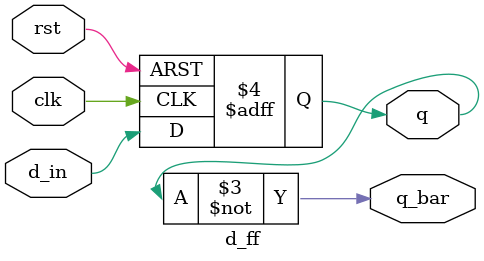
<source format=v>
/******************************************************************************************************************

This source code is a work of its author. No part of it should be copied and pasted for any commercial purpose. 
This code is purely for educational purposes. If required, this code can be cloned from GitHub repository.

Filename	: d_ff.v

Description	: D Flipflop Design

Author Name	: Deep Kar Sarkar

Version		: 1.0

*******************************************************************************************************************/

module d_ff(clk, rst, d_in, q, q_bar);

	//Defining the input and output ports
	input clk, rst, d_in;
	output reg q;
	output q_bar;
	
	//Logic for positive clock edge triggered D Flipflop with asynchronous active low reset
	always @(posedge clk or negedge rst)
	begin
		if(~rst)
			q <= 1'b0;
		else 
			q <= d_in;
	end
		
	assign q_bar = ~q;

endmodule

</source>
